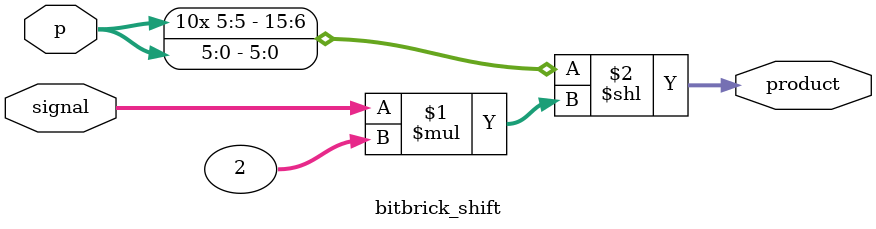
<source format=v>
`timescale 1ns / 1ps

module bitbrick_shift(
    input [5:0] p,
    input [2:0] signal,
    output [15:0] product
);

//    output is 6bit and the maximum shift value is 4bit
//    But, in this architecture, output only needs 4 the LSB bit(2 MSB bit is just sign extension)
//    
//    shift here : 0 2 4. 
//
//    ex ) Not MSB part, input = 000, 001, 010, 011 -> possible output = 0 ~ +9 : 4bit is enough
//         MSB Part, input = 000, 001, 110, 111 -> possible output = -2 ~ +4 : 4bit is enough
//    Therefore, here, the number of bit of product is just 16bit which is 12bit(shift) + 4bit(output bit)

    //sign extension and shift it
    assign product = { {10{p[5]}}, p } << (signal*2);
    
endmodule

</source>
